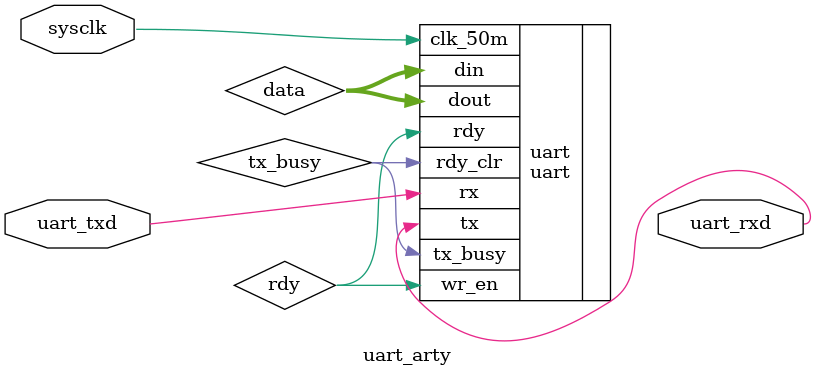
<source format=v>
`timescale 1ns / 1ps

module uart_arty(
    input sysclk,
    output uart_rxd,
    input uart_txd
    );
    
    wire rdy;
    wire tx_busy;
    wire[7:0] data;

    uart uart(
        .clk_50m(sysclk),
        .tx(uart_rxd),
        .rx(uart_txd),
        .din(data),
        .dout(data),
        .wr_en(rdy),
        .tx_busy(tx_busy),
        .rdy(rdy),
        .rdy_clr(tx_busy));
endmodule

</source>
